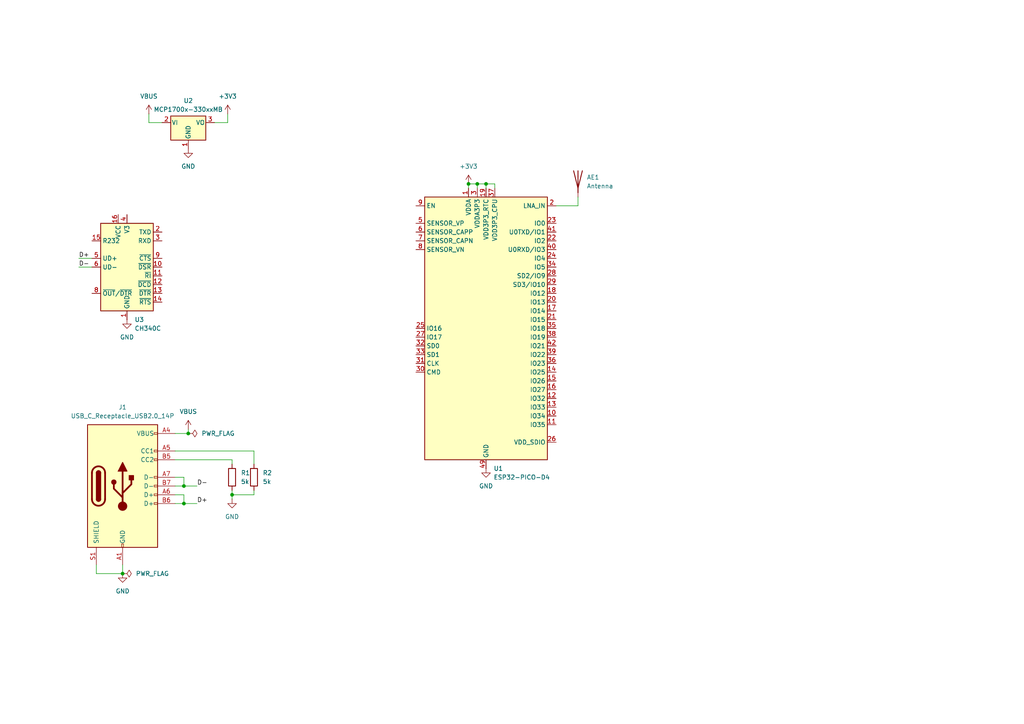
<source format=kicad_sch>
(kicad_sch (version 20231120) (generator "eeschema") (generator_version "8.0")
  (paper "A4")
  (lib_symbols
    (symbol "Connector:USB_C_Receptacle_USB2.0_14P" (pin_names (offset 1.016))
      (property "Reference" "J" (at 0 22.225 0))
      (property "Value" "USB_C_Receptacle_USB2.0_14P" (at 0 19.685 0))
      (symbol "USB_C_Receptacle_USB2.0_14P_0_0"
        (rectangle (start -0.254 -17.78) (end 0.254 -16.764))
        (rectangle (start 10.16 -4.826) (end 9.144 -5.334))
        (rectangle (start 10.16 -2.286) (end 9.144 -2.794))
        (rectangle (start 10.16 0.254) (end 9.144 -0.254))
        (rectangle (start 10.16 2.794) (end 9.144 2.286))
        (rectangle (start 10.16 7.874) (end 9.144 7.366))
        (rectangle (start 10.16 10.414) (end 9.144 9.906))
        (rectangle (start 10.16 15.494) (end 9.144 14.986))
      )
      (symbol "USB_C_Receptacle_USB2.0_14P_0_1"
        (rectangle (start -10.16 17.78) (end 10.16 -17.78) (stroke (width 0.254)) (fill (type background)))
        (arc (start -8.89 -3.81) (mid -6.985 -5.7067) (end -5.08 -3.81) (stroke (width 0.508)))
        (arc (start -7.62 -3.81) (mid -6.985 -4.4423) (end -6.35 -3.81) (stroke (width 0.254)))
        (arc (start -7.62 -3.81) (mid -6.985 -4.4423) (end -6.35 -3.81) (stroke (width 0.254)) (fill (type outline)))
        (rectangle (start -7.62 -3.81) (end -6.35 3.81) (stroke (width 0.254)) (fill (type outline)))
        (arc (start -6.35 3.81) (mid -6.985 4.4423) (end -7.62 3.81) (stroke (width 0.254)))
        (arc (start -6.35 3.81) (mid -6.985 4.4423) (end -7.62 3.81) (stroke (width 0.254)) (fill (type outline)))
        (arc (start -5.08 3.81) (mid -6.985 5.7067) (end -8.89 3.81) (stroke (width 0.508)))
        (circle (center -2.54 1.143) (radius 0.635) (stroke (width 0.254)) (fill (type outline)))
        (circle (center 0 -5.842) (radius 1.27) (fill (type outline)))
        (polyline (pts (xy -8.89 -3.81) (xy -8.89 3.81)) (stroke (width 0.508)))
        (polyline (pts (xy -5.08 3.81) (xy -5.08 -3.81)) (stroke (width 0.508)))
        (polyline (pts (xy 0 -5.842) (xy 0 4.318)) (stroke (width 0.508)))
        (polyline (pts (xy 0 -3.302) (xy -2.54 -0.762) (xy -2.54 0.508)) (stroke (width 0.508)))
        (polyline (pts (xy 0 -2.032) (xy 2.54 0.508) (xy 2.54 1.778)) (stroke (width 0.508)))
        (polyline (pts (xy -1.27 4.318) (xy 0 6.858) (xy 1.27 4.318) (xy -1.27 4.318)) (stroke (width 0.254)) (fill (type outline)))
        (rectangle (start 1.905 1.778) (end 3.175 3.048) (stroke (width 0.254)) (fill (type outline)))
      )
      (symbol "USB_C_Receptacle_USB2.0_14P_1_1"
        (pin passive line (at 0 -22.86 90) (length 5.08) (name "GND") (number "A1"))
        (pin passive line (at 0 -22.86 90) (length 5.08) hide (name "GND") (number "A12"))
        (pin passive line (at 15.24 15.24 180) (length 5.08) (name "VBUS") (number "A4"))
        (pin bidirectional line (at 15.24 10.16 180) (length 5.08) (name "CC1") (number "A5"))
        (pin bidirectional line (at 15.24 -2.54 180) (length 5.08) (name "D+") (number "A6"))
        (pin bidirectional line (at 15.24 2.54 180) (length 5.08) (name "D-") (number "A7"))
        (pin passive line (at 15.24 15.24 180) (length 5.08) hide (name "VBUS") (number "A9"))
        (pin passive line (at 0 -22.86 90) (length 5.08) hide (name "GND") (number "B1"))
        (pin passive line (at 0 -22.86 90) (length 5.08) hide (name "GND") (number "B12"))
        (pin passive line (at 15.24 15.24 180) (length 5.08) hide (name "VBUS") (number "B4"))
        (pin bidirectional line (at 15.24 7.62 180) (length 5.08) (name "CC2") (number "B5"))
        (pin bidirectional line (at 15.24 -5.08 180) (length 5.08) (name "D+") (number "B6"))
        (pin bidirectional line (at 15.24 0 180) (length 5.08) (name "D-") (number "B7"))
        (pin passive line (at 15.24 15.24 180) (length 5.08) hide (name "VBUS") (number "B9"))
        (pin passive line (at -7.62 -22.86 90) (length 5.08) (name "SHIELD") (number "S1"))
      )
    )
    (symbol "Device:Antenna" (pin_numbers hide) (pin_names (offset 1.016) hide)
      (property "Reference" "AE" (at -1.905 1.905 0))
      (property "Value" "Antenna" (at -1.905 0 0))
      (symbol "Antenna_0_1"
        (polyline (pts (xy 0 2.54) (xy 0 -3.81)) (stroke (width 0.254)))
        (polyline (pts (xy 1.27 2.54) (xy 0 -2.54) (xy -1.27 2.54)) (stroke (width 0.254)))
      )
      (symbol "Antenna_1_1"
        (pin input line (at 0 -5.08 90) (length 2.54) (name "A") (number "1"))
      )
    )
    (symbol "Device:R" (pin_numbers hide) (pin_names (offset 0))
      (property "Reference" "R" (at 2.032 0 90))
      (property "Value" "R" (at 0 0 90))
      (symbol "R_0_1"
        (rectangle (start -1.016 -2.54) (end 1.016 2.54) (stroke (width 0.254)))
      )
      (symbol "R_1_1"
        (pin passive line (at 0 3.81 270) (length 1.27) (name "~") (number "1"))
        (pin passive line (at 0 -3.81 90) (length 1.27) (name "~") (number "2"))
      )
    )
    (symbol "Interface_USB:CH340C"
      (property "Reference" "U" (at -5.08 13.97 0))
      (property "Value" "CH340C" (at 1.27 13.97 0))
      (symbol "CH340C_0_1"
        (rectangle (start -7.62 12.7) (end 7.62 -12.7) (stroke (width 0.254)) (fill (type background)))
      )
      (symbol "CH340C_1_1"
        (pin power_in line (at 0 -15.24 90) (length 2.54) (name "GND") (number "1"))
        (pin input line (at 10.16 0 180) (length 2.54) (name "~{DSR}") (number "10"))
        (pin input line (at 10.16 -2.54 180) (length 2.54) (name "~{RI}") (number "11"))
        (pin input line (at 10.16 -5.08 180) (length 2.54) (name "~{DCD}") (number "12"))
        (pin output line (at 10.16 -7.62 180) (length 2.54) (name "~{DTR}") (number "13"))
        (pin output line (at 10.16 -10.16 180) (length 2.54) (name "~{RTS}") (number "14"))
        (pin input line (at -10.16 7.62 0) (length 2.54) (name "R232") (number "15"))
        (pin power_in line (at -2.54 15.24 270) (length 2.54) (name "VCC") (number "16"))
        (pin output line (at 10.16 10.16 180) (length 2.54) (name "TXD") (number "2"))
        (pin input line (at 10.16 7.62 180) (length 2.54) (name "RXD") (number "3"))
        (pin power_out line (at 0 15.24 270) (length 2.54) (name "V3") (number "4"))
        (pin bidirectional line (at -10.16 2.54 0) (length 2.54) (name "UD+") (number "5"))
        (pin bidirectional line (at -10.16 0 0) (length 2.54) (name "UD-") (number "6"))
        (pin no_connect line (at -7.62 -5.08 0) (length 2.54) hide (name "NC") (number "7"))
        (pin output line (at -10.16 -7.62 0) (length 2.54) (name "~{OUT}/~{DTR}") (number "8"))
        (pin input line (at 10.16 2.54 180) (length 2.54) (name "~{CTS}") (number "9"))
      )
    )
    (symbol "MCU_Espressif:ESP32-PICO-D4"
      (property "Reference" "U" (at -17.78 39.37 0))
      (property "Value" "ESP32-PICO-D4" (at 3.81 39.37 0))
      (symbol "ESP32-PICO-D4_0_0"
        (pin power_in line (at -5.08 40.64 270) (length 2.54) (name "VDDA") (number "1"))
        (pin input line (at 20.32 -25.4 180) (length 2.54) (name "IO34") (number "10"))
        (pin input line (at 20.32 -27.94 180) (length 2.54) (name "IO35") (number "11"))
        (pin bidirectional line (at 20.32 -20.32 180) (length 2.54) (name "IO32") (number "12"))
        (pin bidirectional line (at 20.32 -22.86 180) (length 2.54) (name "IO33") (number "13"))
        (pin bidirectional line (at 20.32 -12.7 180) (length 2.54) (name "IO25") (number "14"))
        (pin bidirectional line (at 20.32 -15.24 180) (length 2.54) (name "IO26") (number "15"))
        (pin bidirectional line (at 20.32 -17.78 180) (length 2.54) (name "IO27") (number "16"))
        (pin bidirectional line (at 20.32 5.08 180) (length 2.54) (name "IO14") (number "17"))
        (pin bidirectional line (at 20.32 10.16 180) (length 2.54) (name "IO12") (number "18"))
        (pin power_in line (at 0 40.64 270) (length 2.54) (name "VDD3P3_RTC") (number "19"))
        (pin bidirectional line (at 20.32 35.56 180) (length 2.54) (name "LNA_IN") (number "2"))
        (pin bidirectional line (at 20.32 7.62 180) (length 2.54) (name "IO13") (number "20"))
        (pin bidirectional line (at 20.32 2.54 180) (length 2.54) (name "IO15") (number "21"))
        (pin bidirectional line (at 20.32 25.4 180) (length 2.54) (name "IO2") (number "22"))
        (pin bidirectional line (at 20.32 30.48 180) (length 2.54) (name "IO0") (number "23"))
        (pin bidirectional line (at 20.32 20.32 180) (length 2.54) (name "IO4") (number "24"))
        (pin bidirectional line (at -20.32 0 0) (length 2.54) (name "IO16") (number "25"))
        (pin power_out line (at 20.32 -33.02 180) (length 2.54) (name "VDD_SDIO") (number "26"))
        (pin bidirectional line (at -20.32 -2.54 0) (length 2.54) (name "IO17") (number "27"))
        (pin bidirectional line (at 20.32 15.24 180) (length 2.54) (name "SD2/IO9") (number "28"))
        (pin bidirectional line (at 20.32 12.7 180) (length 2.54) (name "SD3/IO10") (number "29"))
        (pin power_in line (at -2.54 40.64 270) (length 2.54) (name "VDDA3P3") (number "3"))
        (pin bidirectional line (at -20.32 -12.7 0) (length 2.54) (name "CMD") (number "30"))
        (pin bidirectional line (at -20.32 -10.16 0) (length 2.54) (name "CLK") (number "31"))
        (pin bidirectional line (at -20.32 -5.08 0) (length 2.54) (name "SD0") (number "32"))
        (pin bidirectional line (at -20.32 -7.62 0) (length 2.54) (name "SD1") (number "33"))
        (pin bidirectional line (at 20.32 17.78 180) (length 2.54) (name "IO5") (number "34"))
        (pin bidirectional line (at 20.32 0 180) (length 2.54) (name "IO18") (number "35"))
        (pin bidirectional line (at 20.32 -10.16 180) (length 2.54) (name "IO23") (number "36"))
        (pin power_in line (at 2.54 40.64 270) (length 2.54) (name "VDD3P3_CPU") (number "37"))
        (pin bidirectional line (at 20.32 -2.54 180) (length 2.54) (name "IO19") (number "38"))
        (pin bidirectional line (at 20.32 -7.62 180) (length 2.54) (name "IO22") (number "39"))
        (pin passive line (at -2.54 40.64 270) (length 2.54) hide (name "VDDA3P3") (number "4"))
        (pin bidirectional line (at 20.32 22.86 180) (length 2.54) (name "U0RXD/IO3") (number "40"))
        (pin bidirectional line (at 20.32 27.94 180) (length 2.54) (name "U0TXD/IO1") (number "41"))
        (pin bidirectional line (at 20.32 -5.08 180) (length 2.54) (name "IO21") (number "42"))
        (pin passive line (at -5.08 40.64 270) (length 2.54) hide (name "VDDA") (number "43"))
        (pin no_connect line (at -17.78 -25.4 0) (length 2.54) hide (name "XTAL_N_NC") (number "44"))
        (pin no_connect line (at -17.78 -27.94 0) (length 2.54) hide (name "XTAL_P_NC") (number "45"))
        (pin passive line (at -5.08 40.64 270) (length 2.54) hide (name "VDDA") (number "46"))
        (pin no_connect line (at -17.78 -30.48 0) (length 2.54) hide (name "CAP2_NC") (number "47"))
        (pin no_connect line (at -17.78 -33.02 0) (length 2.54) hide (name "CAP1_NC") (number "48"))
        (pin power_in line (at 0 -40.64 90) (length 2.54) (name "GND") (number "49"))
        (pin input line (at -20.32 30.48 0) (length 2.54) (name "SENSOR_VP") (number "5"))
        (pin input line (at -20.32 27.94 0) (length 2.54) (name "SENSOR_CAPP") (number "6"))
        (pin input line (at -20.32 25.4 0) (length 2.54) (name "SENSOR_CAPN") (number "7"))
        (pin input line (at -20.32 22.86 0) (length 2.54) (name "SENSOR_VN") (number "8"))
        (pin input line (at -20.32 35.56 0) (length 2.54) (name "EN") (number "9"))
      )
      (symbol "ESP32-PICO-D4_0_1"
        (rectangle (start -17.78 38.1) (end 17.78 -38.1) (stroke (width 0.254)) (fill (type background)))
      )
    )
    (symbol "Regulator_Linear:MCP1700x-330xxMB" (pin_names (offset 0.254))
      (property "Reference" "U" (at -3.81 3.175 0))
      (property "Value" "MCP1700x-330xxMB" (at 0 3.175 0))
      (symbol "MCP1700x-330xxMB_0_1"
        (rectangle (start -5.08 -5.08) (end 5.08 1.905) (stroke (width 0.254)) (fill (type background)))
      )
      (symbol "MCP1700x-330xxMB_1_1"
        (pin power_in line (at 0 -7.62 90) (length 2.54) (name "GND") (number "1"))
        (pin power_in line (at -7.62 0 0) (length 2.54) (name "VI") (number "2"))
        (pin power_out line (at 7.62 0 180) (length 2.54) (name "VO") (number "3"))
      )
    )
    (symbol "power:+3V3" (power) (pin_numbers hide) (pin_names (offset 0) hide)
      (property "Value" "+3V3" (at 0 3.556 0))
      (symbol "+3V3_0_1"
        (polyline (pts (xy -0.762 1.27) (xy 0 2.54)))
        (polyline (pts (xy 0 0) (xy 0 2.54)))
        (polyline (pts (xy 0 2.54) (xy 0.762 1.27)))
      )
      (symbol "+3V3_1_1"
        (pin power_in line (at 0 0 90) (length 0) (name "~") (number "1"))
      )
    )
    (symbol "power:GND" (power) (pin_numbers hide) (pin_names (offset 0) hide)
      (property "Value" "GND" (at 0 -3.81 0))
      (symbol "GND_0_1"
        (polyline (pts (xy 0 0) (xy 0 -1.27) (xy 1.27 -1.27) (xy 0 -2.54) (xy -1.27 -1.27) (xy 0 -1.27)))
      )
      (symbol "GND_1_1"
        (pin power_in line (at 0 0 270) (length 0) (name "~") (number "1"))
      )
    )
    (symbol "power:PWR_FLAG" (power) (pin_numbers hide) (pin_names (offset 0) hide)
      (property "Value" "PWR_FLAG" (at 0 3.81 0))
      (symbol "PWR_FLAG_0_0"
        (pin power_out line (at 0 0 90) (length 0) (name "~") (number "1"))
      )
      (symbol "PWR_FLAG_0_1"
        (polyline (pts (xy 0 0) (xy 0 1.27) (xy -1.016 1.905) (xy 0 2.54) (xy 1.016 1.905) (xy 0 1.27)))
      )
    )
    (symbol "power:VBUS" (power) (pin_numbers hide) (pin_names (offset 0) hide)
      (property "Value" "VBUS" (at 0 3.556 0))
      (symbol "VBUS_0_1"
        (polyline (pts (xy -0.762 1.27) (xy 0 2.54)))
        (polyline (pts (xy 0 0) (xy 0 2.54)))
        (polyline (pts (xy 0 2.54) (xy 0.762 1.27)))
      )
      (symbol "VBUS_1_1"
        (pin power_in line (at 0 0 90) (length 0) (name "~") (number "1"))
      )
    )
  )
  (junction (at 135.89 53.34))
  (junction (at 35.56 166.37))
  (junction (at 140.97 53.34))
  (junction (at 53.34 146.05))
  (junction (at 67.31 143.51))
  (junction (at 54.61 125.73))
  (junction (at 138.43 53.34))
  (junction (at 53.34 140.97))
  (wire (pts (xy 53.34 143.51) (xy 53.34 146.05)))
  (wire (pts (xy 73.66 143.51) (xy 73.66 142.24)))
  (wire (pts (xy 54.61 125.73) (xy 50.8 125.73)))
  (wire (pts (xy 50.8 133.35) (xy 67.31 133.35)))
  (wire (pts (xy 66.04 33.02) (xy 66.04 35.56)))
  (wire (pts (xy 50.8 130.81) (xy 73.66 130.81)))
  (wire (pts (xy 135.89 53.34) (xy 138.43 53.34)))
  (wire (pts (xy 143.51 53.34) (xy 143.51 54.61)))
  (wire (pts (xy 53.34 140.97) (xy 57.15 140.97)))
  (wire (pts (xy 140.97 53.34) (xy 140.97 54.61)))
  (wire (pts (xy 50.8 138.43) (xy 53.34 138.43)))
  (wire (pts (xy 167.64 57.15) (xy 167.64 59.69)))
  (wire (pts (xy 50.8 146.05) (xy 53.34 146.05)))
  (wire (pts (xy 53.34 146.05) (xy 57.15 146.05)))
  (wire (pts (xy 35.56 166.37) (xy 27.94 166.37)))
  (wire (pts (xy 53.34 138.43) (xy 53.34 140.97)))
  (wire (pts (xy 67.31 143.51) (xy 67.31 144.78)))
  (wire (pts (xy 138.43 53.34) (xy 140.97 53.34)))
  (wire (pts (xy 27.94 166.37) (xy 27.94 163.83)))
  (wire (pts (xy 67.31 142.24) (xy 67.31 143.51)))
  (wire (pts (xy 43.18 35.56) (xy 46.99 35.56)))
  (wire (pts (xy 50.8 143.51) (xy 53.34 143.51)))
  (wire (pts (xy 43.18 33.02) (xy 43.18 35.56)))
  (wire (pts (xy 22.86 77.47) (xy 26.67 77.47)))
  (wire (pts (xy 67.31 133.35) (xy 67.31 134.62)))
  (wire (pts (xy 50.8 140.97) (xy 53.34 140.97)))
  (wire (pts (xy 167.64 59.69) (xy 161.29 59.69)))
  (wire (pts (xy 138.43 53.34) (xy 138.43 54.61)))
  (wire (pts (xy 22.86 74.93) (xy 26.67 74.93)))
  (wire (pts (xy 73.66 130.81) (xy 73.66 134.62)))
  (wire (pts (xy 54.61 124.46) (xy 54.61 125.73)))
  (wire (pts (xy 67.31 143.51) (xy 73.66 143.51)))
  (wire (pts (xy 140.97 53.34) (xy 143.51 53.34)))
  (wire (pts (xy 135.89 53.34) (xy 135.89 54.61)))
  (wire (pts (xy 35.56 163.83) (xy 35.56 166.37)))
  (wire (pts (xy 66.04 35.56) (xy 62.23 35.56)))
  (label "D+" (at 57.15 146.05 0))
  (label "D-" (at 57.15 140.97 0))
  (label "D+" (at 22.86 74.93 0))
  (label "D-" (at 22.86 77.47 0))
  (symbol (lib_id "power:+3V3") (at 66.04 33.02 0) (unit 1)
    (property "Reference" "#PWR03" (effects (hide yes)))
    (property "Value" "+3V3" (at 66.04 27.94 0))
    (property "Description" "Power symbol creates a global label with name \"+3V3\"" (effects (hide yes)))
  )
  (symbol (lib_id "Connector:USB_C_Receptacle_USB2.0_14P") (at 35.56 140.97 0) (unit 1)
    (property "Reference" "J1" (at 35.56 118.11 0))
    (property "Value" "USB_C_Receptacle_USB2.0_14P" (at 35.56 120.65 0))
    (property "Footprint" "Connector_USB:USB_C_Receptacle_GCT_USB4085" (effects (hide yes)))
    (property "Datasheet" "https://www.usb.org/sites/default/files/documents/usb_type-c.zip" (effects (hide yes)))
    (property "Description" "USB 2.0-only 14P Type-C Receptacle connector" (effects (hide yes)))
  )
  (symbol (lib_id "power:GND") (at 140.97 135.89 0) (unit 1)
    (property "Reference" "#PWR08" (effects (hide yes)))
    (property "Value" "GND" (at 140.97 140.97 0))
    (property "Description" "Power symbol creates a global label with name \"GND\" , ground" (effects (hide yes)))
  )
  (symbol (lib_id "power:GND") (at 67.31 144.78 0) (unit 1)
    (property "Reference" "#PWR06" (effects (hide yes)))
    (property "Value" "GND" (at 67.31 149.86 0))
    (property "Description" "Power symbol creates a global label with name \"GND\" , ground" (effects (hide yes)))
  )
  (symbol (lib_id "Regulator_Linear:MCP1700x-330xxMB") (at 54.61 35.56 0) (unit 1)
    (property "Reference" "U2" (at 54.61 29.21 0))
    (property "Value" "MCP1700x-330xxMB" (at 54.61 31.75 0))
    (property "Footprint" "Package_TO_SOT_SMD:SOT-89-3" (effects (hide yes)))
    (property "Datasheet" "http://ww1.microchip.com/downloads/en/DeviceDoc/20001826D.pdf" (effects (hide yes)))
    (property "Description" "250mA Low Quiscent Current LDO, 3.3V output, SOT-89" (effects (hide yes)))
  )
  (symbol (lib_id "Device:R") (at 73.66 138.43 0) (unit 1)
    (property "Reference" "R2" (at 76.2 137.1599 0) (effects (justify left)))
    (property "Value" "5k" (at 76.2 139.6999 0) (effects (justify left)))
    (property "Description" "Resistor" (effects (hide yes)))
  )
  (symbol (lib_id "Device:R") (at 67.31 138.43 0) (unit 1)
    (property "Reference" "R1" (at 69.85 137.1599 0) (effects (justify left)))
    (property "Value" "5k" (at 69.85 139.6999 0) (effects (justify left)))
    (property "Description" "Resistor" (effects (hide yes)))
  )
  (symbol (lib_id "power:+3V3") (at 135.89 53.34 0) (unit 1)
    (property "Reference" "#PWR07" (effects (hide yes)))
    (property "Value" "+3V3" (at 135.89 48.26 0))
    (property "Description" "Power symbol creates a global label with name \"+3V3\"" (effects (hide yes)))
  )
  (symbol (lib_id "power:PWR_FLAG") (at 54.61 125.73 270) (unit 1)
    (property "Reference" "#FLG02" (effects (hide yes)))
    (property "Value" "PWR_FLAG" (at 58.42 125.7299 90) (effects (justify left)))
    (property "Description" "Special symbol for telling ERC where power comes from" (effects (hide yes)))
  )
  (symbol (lib_id "power:VBUS") (at 43.18 33.02 0) (unit 1)
    (property "Reference" "#PWR02" (effects (hide yes)))
    (property "Value" "VBUS" (at 43.18 27.94 0))
    (property "Description" "Power symbol creates a global label with name \"VBUS\"" (effects (hide yes)))
  )
  (symbol (lib_id "Interface_USB:CH340C") (at 36.83 77.47 0) (unit 1)
    (property "Reference" "U3" (at 39.0241 92.71 0) (effects (justify left)))
    (property "Value" "CH340C" (at 39.0241 95.25 0) (effects (justify left)))
    (property "Footprint" "Package_SO:SOIC-16_3.9x9.9mm_P1.27mm" (effects (hide yes)))
    (property "Datasheet" "https://datasheet.lcsc.com/szlcsc/Jiangsu-Qin-Heng-CH340C_C84681.pdf" (effects (hide yes)))
    (property "Description" "USB serial converter, UART, SOIC-16" (effects (hide yes)))
  )
  (symbol (lib_id "power:GND") (at 35.56 166.37 0) (unit 1)
    (property "Reference" "#PWR05" (effects (hide yes)))
    (property "Value" "GND" (at 35.56 171.45 0))
    (property "Description" "Power symbol creates a global label with name \"GND\" , ground" (effects (hide yes)))
  )
  (symbol (lib_id "MCU_Espressif:ESP32-PICO-D4") (at 140.97 95.25 0) (unit 1)
    (property "Reference" "U1" (at 143.1641 135.89 0) (effects (justify left)))
    (property "Value" "ESP32-PICO-D4" (at 143.1641 138.43 0) (effects (justify left)))
    (property "Footprint" "Package_DFN_QFN:QFN-48-1EP_7x7mm_P0.5mm_EP5.3x5.3mm_ThermalVias" (effects (hide yes)))
    (property "Datasheet" "https://www.espressif.com/sites/default/files/documentation/esp32-pico-d4_datasheet_en.pdf" (effects (hide yes)))
    (property "Description" "RF Module, ESP32 SoC, Wi-Fi 802.11b/g/n, Bluetooth, BLE, 32-bit, 2.7-3.6V, external antenna, QFN-48" (effects (hide yes)))
  )
  (symbol (lib_id "power:GND") (at 54.61 43.18 0) (unit 1)
    (property "Reference" "#PWR04" (effects (hide yes)))
    (property "Value" "GND" (at 54.61 48.26 0))
    (property "Description" "Power symbol creates a global label with name \"GND\" , ground" (effects (hide yes)))
  )
  (symbol (lib_id "power:VBUS") (at 54.61 124.46 0) (unit 1)
    (property "Reference" "#PWR01" (effects (hide yes)))
    (property "Value" "VBUS" (at 54.61 119.38 0))
    (property "Description" "Power symbol creates a global label with name \"VBUS\"" (effects (hide yes)))
  )
  (symbol (lib_id "Device:Antenna") (at 167.64 52.07 0) (unit 1)
    (property "Reference" "AE1" (at 170.18 51.4349 0) (effects (justify left)))
    (property "Value" "Antenna" (at 170.18 53.9749 0) (effects (justify left)))
    (property "Description" "Antenna" (effects (hide yes)))
  )
  (symbol (lib_id "power:GND") (at 36.83 92.71 0) (unit 1)
    (property "Reference" "#PWR09" (effects (hide yes)))
    (property "Value" "GND" (at 36.83 97.79 0))
    (property "Description" "Power symbol creates a global label with name \"GND\" , ground" (effects (hide yes)))
  )
  (symbol (lib_id "power:PWR_FLAG") (at 35.56 166.37 270) (unit 1)
    (property "Reference" "#FLG01" (effects (hide yes)))
    (property "Value" "PWR_FLAG" (at 39.37 166.3699 90) (effects (justify left)))
    (property "Description" "Special symbol for telling ERC where power comes from" (effects (hide yes)))
  )
)
</source>
